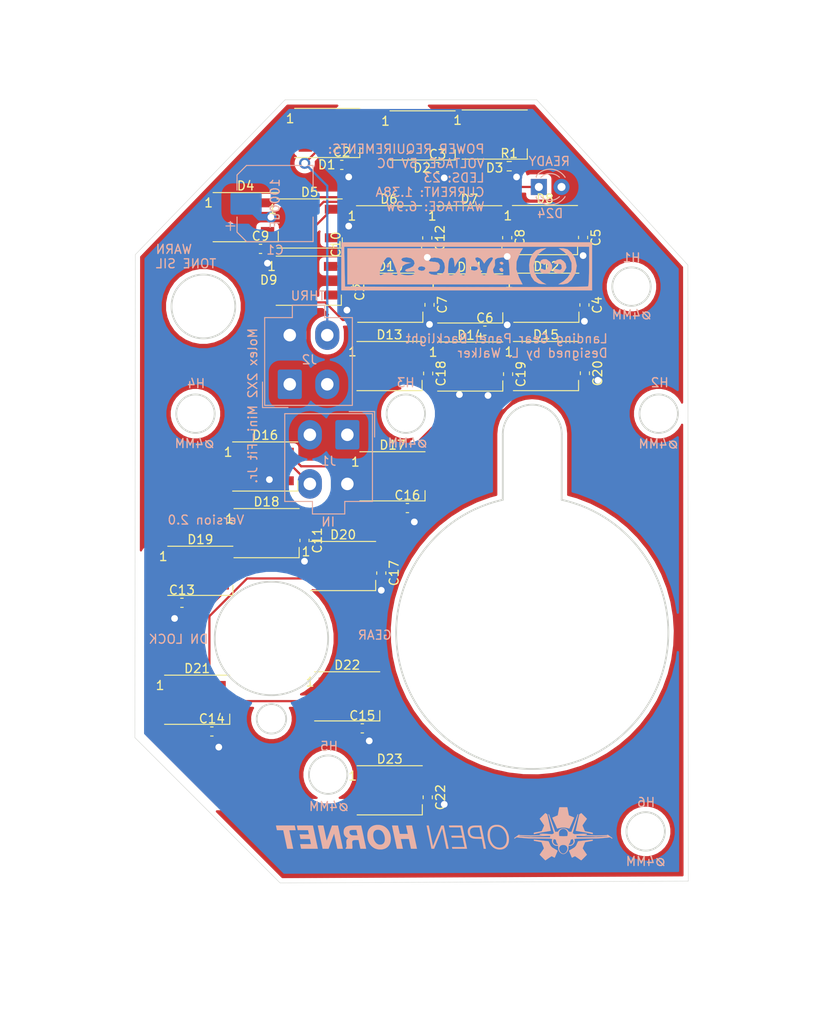
<source format=kicad_pcb>
(kicad_pcb (version 20171130) (host pcbnew "(5.1.6)-1")
  (layers (0 F.Cu signal) (31 B.Cu signal) (34 B.Paste user hide) (35 F.Paste user hide) (36 B.SilkS user) (37 F.SilkS user hide) (38 B.Mask user hide) (39 F.Mask user hide) (44 Edge.Cuts user))
  (net 0 "")
  (net 1 "Net-(D1-Pad2)")
  (net 2 "Net-(D2-Pad2)")
  (net 3 "Net-(D3-Pad2)")
  (net 4 "Net-(D4-Pad2)")
  (net 5 "Net-(D5-Pad2)")
  (net 6 "Net-(D6-Pad2)")
  (net 7 "Net-(D7-Pad2)")
  (net 8 "Net-(D8-Pad2)")
  (net 9 "Net-(D10-Pad4)")
  (net 10 "Net-(D10-Pad2)")
  (net 11 "Net-(D11-Pad2)")
  (net 12 "Net-(D12-Pad2)")
  (net 13 "Net-(D13-Pad2)")
  (net 14 "Net-(D14-Pad2)")
  (net 15 "Net-(D15-Pad2)")
  (net 16 "Net-(D16-Pad2)")
  (net 17 "Net-(D17-Pad2)")
  (net 18 "Net-(D18-Pad2)")
  (net 19 "Net-(D19-Pad2)")
  (net 20 "Net-(D20-Pad2)")
  (net 21 "Net-(D21-Pad2)")
  (net 22 "Net-(D22-Pad2)")
  (net 23 /LEDGND)
  (net 24 /LED+5V)
  (net 25 "Net-(D24-Pad1)")
  (net 26 /DATAIN)
  (net 27 /DATAOUT)
  (module OH_General:CC-BY-NC-SA-Small (layer B.Cu) (at 101.15 57.8 180)
    (fp_text reference G*** hide)
    (fp_text value LOGO hide)
  )
  (module OH_General:OH_LOGO_37.7mm_5.9mm (layer B.Cu) (at 98.55 121.3 180)
    (fp_text reference G*** hide)
    (fp_text value LOGO hide)
  )
  (module Capacitor_SMD:C_0603_1608Metric (layer F.Cu) (at 96.7 117.212 270)
    (fp_text reference C22 (at 0 -1.43 90) (layer F.SilkS))
    (fp_text value C)
    (pad 2 smd roundrect (at 0.7875 0 270) (size 0.875 0.95) (layers F.Cu F.Paste F.Mask) (net 23 /LEDGND))
    (pad 1 smd roundrect (at -0.7875 0 270) (size 0.875 0.95) (layers F.Cu F.Paste F.Mask) (net 24 /LED+5V))
  )
  (module Capacitor_SMD:C_0603_1608Metric (layer F.Cu) (at 87.65 60.2125 270)
    (fp_text reference C21 (at 0 -1.43 90) (layer F.SilkS))
    (fp_text value C)
    (pad 2 smd roundrect (at 0.7875 0 270) (size 0.875 0.95) (layers F.Cu F.Paste F.Mask) (net 23 /LEDGND))
    (pad 1 smd roundrect (at -0.7875 0 270) (size 0.875 0.95) (layers F.Cu F.Paste F.Mask) (net 24 /LED+5V))
  )
  (module Capacitor_SMD:C_0603_1608Metric (layer F.Cu) (at 114.3 69.7625 270)
    (fp_text reference C20 (at 0 -1.43 90) (layer F.SilkS))
    (fp_text value C)
    (pad 2 smd roundrect (at 0.7875 0 270) (size 0.875 0.95) (layers F.Cu F.Paste F.Mask) (net 23 /LEDGND))
    (pad 1 smd roundrect (at -0.7875 0 270) (size 0.875 0.95) (layers F.Cu F.Paste F.Mask) (net 24 /LED+5V))
  )
  (module Capacitor_SMD:C_0603_1608Metric (layer F.Cu) (at 105.7 69.8625 270)
    (fp_text reference C19 (at 0 -1.43 90) (layer F.SilkS))
    (fp_text value C)
    (pad 2 smd roundrect (at 0.7875 0 270) (size 0.875 0.95) (layers F.Cu F.Paste F.Mask) (net 23 /LEDGND))
    (pad 1 smd roundrect (at -0.7875 0 270) (size 0.875 0.95) (layers F.Cu F.Paste F.Mask) (net 24 /LED+5V))
  )
  (module Capacitor_SMD:C_0603_1608Metric (layer F.Cu) (at 96.75 69.7875 270)
    (fp_text reference C18 (at 0 -1.43 90) (layer F.SilkS))
    (fp_text value C)
    (pad 2 smd roundrect (at 0.7875 0 270) (size 0.875 0.95) (layers F.Cu F.Paste F.Mask) (net 23 /LEDGND))
    (pad 1 smd roundrect (at -0.7875 0 270) (size 0.875 0.95) (layers F.Cu F.Paste F.Mask) (net 24 /LED+5V))
  )
  (module Capacitor_SMD:C_0603_1608Metric (layer F.Cu) (at 96.9 62.1125 270)
    (fp_text reference C7 (at 0 -1.43 90) (layer F.SilkS))
    (fp_text value C)
    (pad 2 smd roundrect (at 0.7875 0 270) (size 0.875 0.95) (layers F.Cu F.Paste F.Mask) (net 23 /LEDGND))
    (pad 1 smd roundrect (at -0.7875 0 270) (size 0.875 0.95) (layers F.Cu F.Paste F.Mask) (net 24 /LED+5V))
  )
  (module Connector_Molex:Molex_Mini-Fit_Jr_5566-04A_2x02_P4.20mm_Vertical (layer B.Cu) (at 81.25 71)
    (fp_text reference J2 (at 2.2 -2.75) (layer B.SilkS) (effects (justify mirror)))
    (fp_text value Conn_01x04_Female)
    (pad 4 thru_hole oval (at 4.2 -5.5) (size 2.7 3.3) (drill 1.4) (layers *.Cu *.Mask) (net 26 /DATAIN))
    (pad 3 thru_hole oval (at 0 -5.5) (size 2.7 3.3) (drill 1.4) (layers *.Cu *.Mask) (net 23 /LEDGND))
    (pad 2 thru_hole oval (at 4.2 0) (size 2.7 3.3) (drill 1.4) (layers *.Cu *.Mask) (net 24 /LED+5V))
    (pad 1 thru_hole roundrect (at 0 0) (size 2.7 3.3) (drill 1.4) (layers *.Cu *.Mask) (roundrect_rratio 0.09259299999999999) (net 24 /LED+5V))
  )
  (module Connector_Molex:Molex_Mini-Fit_Jr_5566-04A_2x02_P4.20mm_Vertical (layer B.Cu) (at 87.7 76.65 180)
    (fp_text reference J1 (at 2.1 -2.95) (layer B.SilkS) (effects (justify mirror)))
    (fp_text value Conn_01x04_Female)
    (pad 4 thru_hole oval (at 4.2 -5.5 180) (size 2.7 3.3) (drill 1.4) (layers *.Cu *.Mask) (net 27 /DATAOUT))
    (pad 3 thru_hole oval (at 0 -5.5 180) (size 2.7 3.3) (drill 1.4) (layers *.Cu *.Mask) (net 23 /LEDGND))
    (pad 2 thru_hole oval (at 4.2 0 180) (size 2.7 3.3) (drill 1.4) (layers *.Cu *.Mask) (net 24 /LED+5V))
    (pad 1 thru_hole roundrect (at 0 0 180) (size 2.7 3.3) (drill 1.4) (layers *.Cu *.Mask) (roundrect_rratio 0.09259299999999999) (net 24 /LED+5V))
  )
  (module LED_SMD:LED_WS2812B_PLCC4_5.0x5.0mm_P3.2mm (layer F.Cu) (at 92.366 53.7716)
    (fp_text reference D6 (at 0 -3.5) (layer F.SilkS))
    (fp_text value WS2812B)
    (fp_text user 1 (at -4.15 -1.6) (layer F.SilkS))
    (pad 1 smd rect (at -2.45 -1.6) (size 1.5 1) (layers F.Cu F.Paste F.Mask) (net 24 /LED+5V))
    (pad 2 smd rect (at -2.45 1.6) (size 1.5 1) (layers F.Cu F.Paste F.Mask) (net 6 "Net-(D6-Pad2)"))
    (pad 4 smd rect (at 2.45 -1.6) (size 1.5 1) (layers F.Cu F.Paste F.Mask) (net 5 "Net-(D5-Pad2)"))
    (pad 3 smd rect (at 2.45 1.6) (size 1.5 1) (layers F.Cu F.Paste F.Mask) (net 23 /LEDGND))
  )
  (module Capacitor_SMD:C_0603_1608Metric (layer F.Cu) (at 82.9 88.475 270)
    (fp_text reference C11 (at 0 -1.43 90) (layer F.SilkS))
    (fp_text value C)
    (pad 2 smd roundrect (at 0.775 0 270) (size 0.9 0.95) (layers F.Cu F.Paste F.Mask) (net 23 /LEDGND))
    (pad 1 smd roundrect (at -0.775 0 270) (size 0.9 0.95) (layers F.Cu F.Paste F.Mask) (net 24 /LED+5V))
  )
  (module Resistor_SMD:R_0603_1608Metric (layer F.Cu) (at 105.825 46.6)
    (fp_text reference R1 (at 0 -1.43) (layer F.SilkS))
    (fp_text value R)
    (pad 2 smd roundrect (at 0.825 0) (size 0.8 0.95) (layers F.Cu F.Paste F.Mask) (net 23 /LEDGND))
    (pad 1 smd roundrect (at -0.825 0) (size 0.8 0.95) (layers F.Cu F.Paste F.Mask) (net 25 "Net-(D24-Pad1)"))
  )
  (module Capacitor_SMD:C_0603_1608Metric (layer F.Cu) (at 91.5 92.125 270)
    (fp_text reference C17 (at 0 -1.43 90) (layer F.SilkS))
    (fp_text value C)
    (pad 2 smd roundrect (at 0.775 0 270) (size 0.9 0.95) (layers F.Cu F.Paste F.Mask) (net 23 /LEDGND))
    (pad 1 smd roundrect (at -0.775 0 270) (size 0.9 0.95) (layers F.Cu F.Paste F.Mask) (net 24 /LED+5V))
  )
  (module Capacitor_SMD:C_0603_1608Metric (layer F.Cu) (at 94.425 84.85)
    (fp_text reference C16 (at 0 -1.43) (layer F.SilkS))
    (fp_text value C)
    (pad 2 smd roundrect (at 0.775 0) (size 0.9 0.95) (layers F.Cu F.Paste F.Mask) (net 23 /LEDGND))
    (pad 1 smd roundrect (at -0.775 0) (size 0.9 0.95) (layers F.Cu F.Paste F.Mask) (net 24 /LED+5V))
  )
  (module Capacitor_SMD:C_0603_1608Metric (layer F.Cu) (at 89.375 109.5)
    (fp_text reference C15 (at 0 -1.43) (layer F.SilkS))
    (fp_text value C)
    (pad 2 smd roundrect (at 0.775 0) (size 0.9 0.95) (layers F.Cu F.Paste F.Mask) (net 23 /LEDGND))
    (pad 1 smd roundrect (at -0.775 0) (size 0.9 0.95) (layers F.Cu F.Paste F.Mask) (net 24 /LED+5V))
  )
  (module Capacitor_SMD:C_0603_1608Metric (layer F.Cu) (at 72.525 109.85)
    (fp_text reference C14 (at 0 -1.43) (layer F.SilkS))
    (fp_text value C)
    (pad 2 smd roundrect (at 0.775 0) (size 0.9 0.95) (layers F.Cu F.Paste F.Mask) (net 23 /LEDGND))
    (pad 1 smd roundrect (at -0.775 0) (size 0.9 0.95) (layers F.Cu F.Paste F.Mask) (net 24 /LED+5V))
  )
  (module Capacitor_SMD:C_0603_1608Metric (layer F.Cu) (at 69.175 95.45)
    (fp_text reference C13 (at 0 -1.43) (layer F.SilkS))
    (fp_text value C)
    (pad 2 smd roundrect (at 0.775 0) (size 0.9 0.95) (layers F.Cu F.Paste F.Mask) (net 23 /LEDGND))
    (pad 1 smd roundrect (at -0.775 0) (size 0.9 0.95) (layers F.Cu F.Paste F.Mask) (net 24 /LED+5V))
  )
  (module Capacitor_SMD:C_0603_1608Metric (layer F.Cu) (at 96.65 54.625 270)
    (fp_text reference C12 (at 0 -1.43 90) (layer F.SilkS))
    (fp_text value C)
    (pad 2 smd roundrect (at 0.775 0 270) (size 0.9 0.95) (layers F.Cu F.Paste F.Mask) (net 23 /LEDGND))
    (pad 1 smd roundrect (at -0.775 0 270) (size 0.9 0.95) (layers F.Cu F.Paste F.Mask) (net 24 /LED+5V))
  )
  (module Capacitor_SMD:C_0603_1608Metric (layer F.Cu) (at 87.85 55.35 90)
    (fp_text reference C10 (at 0 -1.43 90) (layer F.SilkS))
    (fp_text value C)
    (pad 2 smd roundrect (at 0.775 0 90) (size 0.9 0.95) (layers F.Cu F.Paste F.Mask) (net 23 /LEDGND))
    (pad 1 smd roundrect (at -0.775 0 90) (size 0.9 0.95) (layers F.Cu F.Paste F.Mask) (net 24 /LED+5V))
  )
  (module Capacitor_SMD:C_0603_1608Metric (layer F.Cu) (at 77.975 55.85)
    (fp_text reference C9 (at 0 -1.43) (layer F.SilkS))
    (fp_text value C)
    (pad 2 smd roundrect (at 0.775 0) (size 0.9 0.95) (layers F.Cu F.Paste F.Mask) (net 23 /LEDGND))
    (pad 1 smd roundrect (at -0.775 0) (size 0.9 0.95) (layers F.Cu F.Paste F.Mask) (net 24 /LED+5V))
  )
  (module Capacitor_SMD:C_0603_1608Metric (layer F.Cu) (at 105.6 54.6 270)
    (fp_text reference C8 (at 0 -1.43 90) (layer F.SilkS))
    (fp_text value C)
    (pad 2 smd roundrect (at 0.775 0 270) (size 0.9 0.95) (layers F.Cu F.Paste F.Mask) (net 23 /LEDGND))
    (pad 1 smd roundrect (at -0.775 0 270) (size 0.9 0.95) (layers F.Cu F.Paste F.Mask) (net 24 /LED+5V))
  )
  (module Capacitor_SMD:C_0603_1608Metric (layer F.Cu) (at 103.1 65)
    (fp_text reference C6 (at 0 -1.43) (layer F.SilkS))
    (fp_text value C)
    (pad 2 smd roundrect (at 0.775 0) (size 0.9 0.95) (layers F.Cu F.Paste F.Mask) (net 23 /LEDGND))
    (pad 1 smd roundrect (at -0.775 0) (size 0.9 0.95) (layers F.Cu F.Paste F.Mask) (net 24 /LED+5V))
  )
  (module Capacitor_SMD:C_0603_1608Metric (layer F.Cu) (at 114.1 54.575 270)
    (fp_text reference C5 (at 0 -1.43 90) (layer F.SilkS))
    (fp_text value C)
    (pad 2 smd roundrect (at 0.775 0 270) (size 0.9 0.95) (layers F.Cu F.Paste F.Mask) (net 23 /LEDGND))
    (pad 1 smd roundrect (at -0.775 0 270) (size 0.9 0.95) (layers F.Cu F.Paste F.Mask) (net 24 /LED+5V))
  )
  (module Capacitor_SMD:C_0603_1608Metric (layer F.Cu) (at 114.25 62.125 270)
    (fp_text reference C4 (at 0 -1.43 90) (layer F.SilkS))
    (fp_text value C)
    (pad 2 smd roundrect (at 0.775 0 270) (size 0.9 0.95) (layers F.Cu F.Paste F.Mask) (net 23 /LEDGND))
    (pad 1 smd roundrect (at -0.775 0 270) (size 0.9 0.95) (layers F.Cu F.Paste F.Mask) (net 24 /LED+5V))
  )
  (module Capacitor_SMD:C_0603_1608Metric (layer F.Cu) (at 97.8 46.7)
    (fp_text reference C3 (at 0 -1.43) (layer F.SilkS))
    (fp_text value C)
    (pad 2 smd roundrect (at 0.775 0) (size 0.9 0.95) (layers F.Cu F.Paste F.Mask) (net 23 /LEDGND))
    (pad 1 smd roundrect (at -0.775 0) (size 0.9 0.95) (layers F.Cu F.Paste F.Mask) (net 24 /LED+5V))
  )
  (module Capacitor_SMD:C_0603_1608Metric (layer F.Cu) (at 87.075 46.45)
    (fp_text reference C2 (at 0 -1.43) (layer F.SilkS))
    (fp_text value C)
    (pad 2 smd roundrect (at 0.775 0) (size 0.9 0.95) (layers F.Cu F.Paste F.Mask) (net 23 /LEDGND))
    (pad 1 smd roundrect (at -0.775 0) (size 0.9 0.95) (layers F.Cu F.Paste F.Mask) (net 24 /LED+5V))
  )
  (module LED_THT:LED_D3.0mm (layer B.Cu) (at 109.144 48.9204)
    (fp_text reference D24 (at 1.27 2.96) (layer B.SilkS) (effects (justify mirror)))
    (fp_text value LED)
    (pad 2 thru_hole circle (at 2.54 0) (size 1.8 1.8) (drill 0.9) (layers *.Cu *.Mask) (net 24 /LED+5V))
    (pad 1 thru_hole rect (at 0 0) (size 1.8 1.8) (drill 0.9) (layers *.Cu *.Mask) (net 25 "Net-(D24-Pad1)"))
  )
  (module LED_SMD:LED_WS2812B_PLCC4_5.0x5.0mm_P3.2mm (layer F.Cu) (at 78.5 80.2)
    (fp_text reference D16 (at 0 -3.5) (layer F.SilkS))
    (fp_text value WS2812B)
    (fp_text user 1 (at -4.15 -1.6) (layer F.SilkS))
    (pad 1 smd rect (at -2.45 -1.6) (size 1.5 1) (layers F.Cu F.Paste F.Mask) (net 24 /LED+5V))
    (pad 2 smd rect (at -2.45 1.6) (size 1.5 1) (layers F.Cu F.Paste F.Mask) (net 16 "Net-(D16-Pad2)"))
    (pad 4 smd rect (at 2.45 -1.6) (size 1.5 1) (layers F.Cu F.Paste F.Mask) (net 15 "Net-(D15-Pad2)"))
    (pad 3 smd rect (at 2.45 1.6) (size 1.5 1) (layers F.Cu F.Paste F.Mask) (net 23 /LEDGND))
  )
  (module LED_SMD:LED_WS2812B_PLCC4_5.0x5.0mm_P3.2mm (layer F.Cu) (at 92.4444 116.434)
    (fp_text reference D23 (at 0 -3.5) (layer F.SilkS))
    (fp_text value WS2812B)
    (fp_text user 1 (at -4.15 -1.6) (layer F.SilkS))
    (pad 1 smd rect (at -2.45 -1.6) (size 1.5 1) (layers F.Cu F.Paste F.Mask) (net 24 /LED+5V))
    (pad 2 smd rect (at -2.45 1.6) (size 1.5 1) (layers F.Cu F.Paste F.Mask) (net 27 /DATAOUT))
    (pad 4 smd rect (at 2.45 -1.6) (size 1.5 1) (layers F.Cu F.Paste F.Mask) (net 22 "Net-(D22-Pad2)"))
    (pad 3 smd rect (at 2.45 1.6) (size 1.5 1) (layers F.Cu F.Paste F.Mask) (net 23 /LEDGND))
  )
  (module LED_SMD:LED_WS2812B_PLCC4_5.0x5.0mm_P3.2mm (layer F.Cu) (at 87.6808 105.918)
    (fp_text reference D22 (at 0 -3.5) (layer F.SilkS))
    (fp_text value WS2812B)
    (fp_text user 1 (at -4.15 -1.6) (layer F.SilkS))
    (pad 1 smd rect (at -2.45 -1.6) (size 1.5 1) (layers F.Cu F.Paste F.Mask) (net 24 /LED+5V))
    (pad 2 smd rect (at -2.45 1.6) (size 1.5 1) (layers F.Cu F.Paste F.Mask) (net 22 "Net-(D22-Pad2)"))
    (pad 4 smd rect (at 2.45 -1.6) (size 1.5 1) (layers F.Cu F.Paste F.Mask) (net 21 "Net-(D21-Pad2)"))
    (pad 3 smd rect (at 2.45 1.6) (size 1.5 1) (layers F.Cu F.Paste F.Mask) (net 23 /LEDGND))
  )
  (module LED_SMD:LED_WS2812B_PLCC4_5.0x5.0mm_P3.2mm (layer F.Cu) (at 70.8776 106.299)
    (fp_text reference D21 (at 0 -3.5) (layer F.SilkS))
    (fp_text value WS2812B)
    (fp_text user 1 (at -4.15 -1.6) (layer F.SilkS))
    (pad 1 smd rect (at -2.45 -1.6) (size 1.5 1) (layers F.Cu F.Paste F.Mask) (net 24 /LED+5V))
    (pad 2 smd rect (at -2.45 1.6) (size 1.5 1) (layers F.Cu F.Paste F.Mask) (net 21 "Net-(D21-Pad2)"))
    (pad 4 smd rect (at 2.45 -1.6) (size 1.5 1) (layers F.Cu F.Paste F.Mask) (net 20 "Net-(D20-Pad2)"))
    (pad 3 smd rect (at 2.45 1.6) (size 1.5 1) (layers F.Cu F.Paste F.Mask) (net 23 /LEDGND))
  )
  (module LED_SMD:LED_WS2812B_PLCC4_5.0x5.0mm_P3.2mm (layer F.Cu) (at 87.2236 91.3384)
    (fp_text reference D20 (at 0 -3.5) (layer F.SilkS))
    (fp_text value WS2812B)
    (fp_text user 1 (at -4.15 -1.6) (layer F.SilkS))
    (pad 1 smd rect (at -2.45 -1.6) (size 1.5 1) (layers F.Cu F.Paste F.Mask) (net 24 /LED+5V))
    (pad 2 smd rect (at -2.45 1.6) (size 1.5 1) (layers F.Cu F.Paste F.Mask) (net 20 "Net-(D20-Pad2)"))
    (pad 4 smd rect (at 2.45 -1.6) (size 1.5 1) (layers F.Cu F.Paste F.Mask) (net 19 "Net-(D19-Pad2)"))
    (pad 3 smd rect (at 2.45 1.6) (size 1.5 1) (layers F.Cu F.Paste F.Mask) (net 23 /LEDGND))
  )
  (module LED_SMD:LED_WS2812B_PLCC4_5.0x5.0mm_P3.2mm (layer F.Cu) (at 71.2332 91.8716)
    (fp_text reference D19 (at 0 -3.5) (layer F.SilkS))
    (fp_text value WS2812B)
    (fp_text user 1 (at -4.15 -1.6) (layer F.SilkS))
    (pad 1 smd rect (at -2.45 -1.6) (size 1.5 1) (layers F.Cu F.Paste F.Mask) (net 24 /LED+5V))
    (pad 2 smd rect (at -2.45 1.6) (size 1.5 1) (layers F.Cu F.Paste F.Mask) (net 19 "Net-(D19-Pad2)"))
    (pad 4 smd rect (at 2.45 -1.6) (size 1.5 1) (layers F.Cu F.Paste F.Mask) (net 18 "Net-(D18-Pad2)"))
    (pad 3 smd rect (at 2.45 1.6) (size 1.5 1) (layers F.Cu F.Paste F.Mask) (net 23 /LEDGND))
  )
  (module LED_SMD:LED_WS2812B_PLCC4_5.0x5.0mm_P3.2mm (layer F.Cu) (at 78.65 87.6552)
    (fp_text reference D18 (at 0 -3.5) (layer F.SilkS))
    (fp_text value WS2812B)
    (fp_text user 1 (at -4.15 -1.6) (layer F.SilkS))
    (pad 1 smd rect (at -2.45 -1.6) (size 1.5 1) (layers F.Cu F.Paste F.Mask) (net 24 /LED+5V))
    (pad 2 smd rect (at -2.45 1.6) (size 1.5 1) (layers F.Cu F.Paste F.Mask) (net 18 "Net-(D18-Pad2)"))
    (pad 4 smd rect (at 2.45 -1.6) (size 1.5 1) (layers F.Cu F.Paste F.Mask) (net 17 "Net-(D17-Pad2)"))
    (pad 3 smd rect (at 2.45 1.6) (size 1.5 1) (layers F.Cu F.Paste F.Mask) (net 23 /LEDGND))
  )
  (module LED_SMD:LED_WS2812B_PLCC4_5.0x5.0mm_P3.2mm (layer F.Cu) (at 92.75 81.3)
    (fp_text reference D17 (at 0 -3.5) (layer F.SilkS))
    (fp_text value WS2812B)
    (fp_text user 1 (at -4.15 -1.6) (layer F.SilkS))
    (pad 1 smd rect (at -2.45 -1.6) (size 1.5 1) (layers F.Cu F.Paste F.Mask) (net 24 /LED+5V))
    (pad 2 smd rect (at -2.45 1.6) (size 1.5 1) (layers F.Cu F.Paste F.Mask) (net 17 "Net-(D17-Pad2)"))
    (pad 4 smd rect (at 2.45 -1.6) (size 1.5 1) (layers F.Cu F.Paste F.Mask) (net 16 "Net-(D16-Pad2)"))
    (pad 3 smd rect (at 2.45 1.6) (size 1.5 1) (layers F.Cu F.Paste F.Mask) (net 23 /LEDGND))
  )
  (module LED_SMD:LED_WS2812B_PLCC4_5.0x5.0mm_P3.2mm (layer F.Cu) (at 109.943 68.9608)
    (fp_text reference D15 (at 0 -3.5) (layer F.SilkS))
    (fp_text value WS2812B)
    (fp_text user 1 (at -4.15 -1.6) (layer F.SilkS))
    (pad 1 smd rect (at -2.45 -1.6) (size 1.5 1) (layers F.Cu F.Paste F.Mask) (net 24 /LED+5V))
    (pad 2 smd rect (at -2.45 1.6) (size 1.5 1) (layers F.Cu F.Paste F.Mask) (net 15 "Net-(D15-Pad2)"))
    (pad 4 smd rect (at 2.45 -1.6) (size 1.5 1) (layers F.Cu F.Paste F.Mask) (net 14 "Net-(D14-Pad2)"))
    (pad 3 smd rect (at 2.45 1.6) (size 1.5 1) (layers F.Cu F.Paste F.Mask) (net 23 /LEDGND))
  )
  (module LED_SMD:LED_WS2812B_PLCC4_5.0x5.0mm_P3.2mm (layer F.Cu) (at 101.459 69.0116)
    (fp_text reference D14 (at 0 -3.5) (layer F.SilkS))
    (fp_text value WS2812B)
    (fp_text user 1 (at -4.15 -1.6) (layer F.SilkS))
    (pad 1 smd rect (at -2.45 -1.6) (size 1.5 1) (layers F.Cu F.Paste F.Mask) (net 24 /LED+5V))
    (pad 2 smd rect (at -2.45 1.6) (size 1.5 1) (layers F.Cu F.Paste F.Mask) (net 14 "Net-(D14-Pad2)"))
    (pad 4 smd rect (at 2.45 -1.6) (size 1.5 1) (layers F.Cu F.Paste F.Mask) (net 13 "Net-(D13-Pad2)"))
    (pad 3 smd rect (at 2.45 1.6) (size 1.5 1) (layers F.Cu F.Paste F.Mask) (net 23 /LEDGND))
  )
  (module LED_SMD:LED_WS2812B_PLCC4_5.0x5.0mm_P3.2mm (layer F.Cu) (at 92.4168 68.9608)
    (fp_text reference D13 (at 0 -3.5) (layer F.SilkS))
    (fp_text value WS2812B)
    (fp_text user 1 (at -4.15 -1.6) (layer F.SilkS))
    (pad 1 smd rect (at -2.45 -1.6) (size 1.5 1) (layers F.Cu F.Paste F.Mask) (net 24 /LED+5V))
    (pad 2 smd rect (at -2.45 1.6) (size 1.5 1) (layers F.Cu F.Paste F.Mask) (net 13 "Net-(D13-Pad2)"))
    (pad 4 smd rect (at 2.45 -1.6) (size 1.5 1) (layers F.Cu F.Paste F.Mask) (net 12 "Net-(D12-Pad2)"))
    (pad 3 smd rect (at 2.45 1.6) (size 1.5 1) (layers F.Cu F.Paste F.Mask) (net 23 /LEDGND))
  )
  (module LED_SMD:LED_WS2812B_PLCC4_5.0x5.0mm_P3.2mm (layer F.Cu) (at 109.982 61.3156)
    (fp_text reference D12 (at 0 -3.5) (layer F.SilkS))
    (fp_text value WS2812B)
    (fp_text user 1 (at -4.15 -1.6) (layer F.SilkS))
    (pad 1 smd rect (at -2.45 -1.6) (size 1.5 1) (layers F.Cu F.Paste F.Mask) (net 24 /LED+5V))
    (pad 2 smd rect (at -2.45 1.6) (size 1.5 1) (layers F.Cu F.Paste F.Mask) (net 12 "Net-(D12-Pad2)"))
    (pad 4 smd rect (at 2.45 -1.6) (size 1.5 1) (layers F.Cu F.Paste F.Mask) (net 11 "Net-(D11-Pad2)"))
    (pad 3 smd rect (at 2.45 1.6) (size 1.5 1) (layers F.Cu F.Paste F.Mask) (net 23 /LEDGND))
  )
  (module LED_SMD:LED_WS2812B_PLCC4_5.0x5.0mm_P3.2mm (layer F.Cu) (at 101.459 61.3916)
    (fp_text reference D11 (at 0 -3.5) (layer F.SilkS))
    (fp_text value WS2812B)
    (fp_text user 1 (at -4.15 -1.6) (layer F.SilkS))
    (pad 1 smd rect (at -2.45 -1.6) (size 1.5 1) (layers F.Cu F.Paste F.Mask) (net 24 /LED+5V))
    (pad 2 smd rect (at -2.45 1.6) (size 1.5 1) (layers F.Cu F.Paste F.Mask) (net 11 "Net-(D11-Pad2)"))
    (pad 4 smd rect (at 2.45 -1.6) (size 1.5 1) (layers F.Cu F.Paste F.Mask) (net 10 "Net-(D10-Pad2)"))
    (pad 3 smd rect (at 2.45 1.6) (size 1.5 1) (layers F.Cu F.Paste F.Mask) (net 23 /LEDGND))
  )
  (module LED_SMD:LED_WS2812B_PLCC4_5.0x5.0mm_P3.2mm (layer F.Cu) (at 92.5068 61.3156)
    (fp_text reference D10 (at 0 -3.5) (layer F.SilkS))
    (fp_text value WS2812B)
    (fp_text user 1 (at -4.15 -1.6) (layer F.SilkS))
    (pad 1 smd rect (at -2.45 -1.6) (size 1.5 1) (layers F.Cu F.Paste F.Mask) (net 24 /LED+5V))
    (pad 2 smd rect (at -2.45 1.6) (size 1.5 1) (layers F.Cu F.Paste F.Mask) (net 10 "Net-(D10-Pad2)"))
    (pad 4 smd rect (at 2.45 -1.6) (size 1.5 1) (layers F.Cu F.Paste F.Mask) (net 9 "Net-(D10-Pad4)"))
    (pad 3 smd rect (at 2.45 1.6) (size 1.5 1) (layers F.Cu F.Paste F.Mask) (net 23 /LEDGND))
  )
  (module LED_SMD:LED_WS2812B_PLCC4_5.0x5.0mm_P3.2mm (layer F.Cu) (at 83.3744 59.4104)
    (fp_text reference D9 (at -4.482 -0.076) (layer F.SilkS))
    (fp_text value WS2812B)
    (fp_text user 1 (at -4.15 -1.6) (layer F.SilkS))
    (pad 1 smd rect (at -2.45 -1.6) (size 1.5 1) (layers F.Cu F.Paste F.Mask) (net 24 /LED+5V))
    (pad 2 smd rect (at -2.45 1.6) (size 1.5 1) (layers F.Cu F.Paste F.Mask) (net 9 "Net-(D10-Pad4)"))
    (pad 4 smd rect (at 2.45 -1.6) (size 1.5 1) (layers F.Cu F.Paste F.Mask) (net 8 "Net-(D8-Pad2)"))
    (pad 3 smd rect (at 2.45 1.6) (size 1.5 1) (layers F.Cu F.Paste F.Mask) (net 23 /LEDGND))
  )
  (module LED_SMD:LED_WS2812B_PLCC4_5.0x5.0mm_P3.2mm (layer F.Cu) (at 109.83 53.7464)
    (fp_text reference D8 (at 0 -3.5) (layer F.SilkS))
    (fp_text value WS2812B)
    (fp_text user 1 (at -4.15 -1.6) (layer F.SilkS))
    (pad 1 smd rect (at -2.45 -1.6) (size 1.5 1) (layers F.Cu F.Paste F.Mask) (net 24 /LED+5V))
    (pad 2 smd rect (at -2.45 1.6) (size 1.5 1) (layers F.Cu F.Paste F.Mask) (net 8 "Net-(D8-Pad2)"))
    (pad 4 smd rect (at 2.45 -1.6) (size 1.5 1) (layers F.Cu F.Paste F.Mask) (net 7 "Net-(D7-Pad2)"))
    (pad 3 smd rect (at 2.45 1.6) (size 1.5 1) (layers F.Cu F.Paste F.Mask) (net 23 /LEDGND))
  )
  (module LED_SMD:LED_WS2812B_PLCC4_5.0x5.0mm_P3.2mm (layer F.Cu) (at 101.358 53.7716)
    (fp_text reference D7 (at 0 -3.5) (layer F.SilkS))
    (fp_text value WS2812B)
    (fp_text user 1 (at -4.15 -1.6) (layer F.SilkS))
    (pad 1 smd rect (at -2.45 -1.6) (size 1.5 1) (layers F.Cu F.Paste F.Mask) (net 24 /LED+5V))
    (pad 2 smd rect (at -2.45 1.6) (size 1.5 1) (layers F.Cu F.Paste F.Mask) (net 7 "Net-(D7-Pad2)"))
    (pad 4 smd rect (at 2.45 -1.6) (size 1.5 1) (layers F.Cu F.Paste F.Mask) (net 6 "Net-(D6-Pad2)"))
    (pad 3 smd rect (at 2.45 1.6) (size 1.5 1) (layers F.Cu F.Paste F.Mask) (net 23 /LEDGND))
  )
  (module LED_SMD:LED_WS2812B_PLCC4_5.0x5.0mm_P3.2mm (layer F.Cu) (at 83.476 53.0096)
    (fp_text reference D5 (at 0 -3.5) (layer F.SilkS))
    (fp_text value WS2812B)
    (fp_text user 1 (at -4.15 -1.6) (layer F.SilkS))
    (pad 1 smd rect (at -2.45 -1.6) (size 1.5 1) (layers F.Cu F.Paste F.Mask) (net 24 /LED+5V))
    (pad 2 smd rect (at -2.45 1.6) (size 1.5 1) (layers F.Cu F.Paste F.Mask) (net 5 "Net-(D5-Pad2)"))
    (pad 4 smd rect (at 2.45 -1.6) (size 1.5 1) (layers F.Cu F.Paste F.Mask) (net 4 "Net-(D4-Pad2)"))
    (pad 3 smd rect (at 2.45 1.6) (size 1.5 1) (layers F.Cu F.Paste F.Mask) (net 23 /LEDGND))
  )
  (module LED_SMD:LED_WS2812B_PLCC4_5.0x5.0mm_P3.2mm (layer F.Cu) (at 76.3132 52.2984)
    (fp_text reference D4 (at 0 -3.5) (layer F.SilkS))
    (fp_text value WS2812B)
    (fp_text user 1 (at -4.15 -1.6) (layer F.SilkS))
    (pad 1 smd rect (at -2.45 -1.6) (size 1.5 1) (layers F.Cu F.Paste F.Mask) (net 24 /LED+5V))
    (pad 2 smd rect (at -2.45 1.6) (size 1.5 1) (layers F.Cu F.Paste F.Mask) (net 4 "Net-(D4-Pad2)"))
    (pad 4 smd rect (at 2.45 -1.6) (size 1.5 1) (layers F.Cu F.Paste F.Mask) (net 3 "Net-(D3-Pad2)"))
    (pad 3 smd rect (at 2.45 1.6) (size 1.5 1) (layers F.Cu F.Paste F.Mask) (net 23 /LEDGND))
  )
  (module LED_SMD:LED_WS2812B_PLCC4_5.0x5.0mm_P3.2mm (layer F.Cu) (at 104.202 43.0528)
    (fp_text reference D3 (at -0.0116 3.734) (layer F.SilkS))
    (fp_text value WS2812B)
    (fp_text user 1 (at -4.15 -1.6) (layer F.SilkS))
    (pad 1 smd rect (at -2.45 -1.6) (size 1.5 1) (layers F.Cu F.Paste F.Mask) (net 24 /LED+5V))
    (pad 2 smd rect (at -2.45 1.6) (size 1.5 1) (layers F.Cu F.Paste F.Mask) (net 3 "Net-(D3-Pad2)"))
    (pad 4 smd rect (at 2.45 -1.6) (size 1.5 1) (layers F.Cu F.Paste F.Mask) (net 2 "Net-(D2-Pad2)"))
    (pad 3 smd rect (at 2.45 1.6) (size 1.5 1) (layers F.Cu F.Paste F.Mask) (net 23 /LEDGND))
  )
  (module LED_SMD:LED_WS2812B_PLCC4_5.0x5.0mm_P3.2mm (layer F.Cu) (at 96.1252 43.1544)
    (fp_text reference D2 (at -0.0624 3.6324) (layer F.SilkS))
    (fp_text value WS2812B)
    (fp_text user 1 (at -4.15 -1.6) (layer F.SilkS))
    (pad 1 smd rect (at -2.45 -1.6) (size 1.5 1) (layers F.Cu F.Paste F.Mask) (net 24 /LED+5V))
    (pad 2 smd rect (at -2.45 1.6) (size 1.5 1) (layers F.Cu F.Paste F.Mask) (net 2 "Net-(D2-Pad2)"))
    (pad 4 smd rect (at 2.45 -1.6) (size 1.5 1) (layers F.Cu F.Paste F.Mask) (net 1 "Net-(D1-Pad2)"))
    (pad 3 smd rect (at 2.45 1.6) (size 1.5 1) (layers F.Cu F.Paste F.Mask) (net 23 /LEDGND))
  )
  (module LED_SMD:LED_WS2812B_PLCC4_5.0x5.0mm_P3.2mm (layer F.Cu) (at 85.4456 42.8752)
    (fp_text reference D1 (at -0.0508 3.556) (layer F.SilkS))
    (fp_text value WS2812B)
    (fp_text user 1 (at -4.15 -1.6) (layer F.SilkS))
    (pad 1 smd rect (at -2.45 -1.6) (size 1.5 1) (layers F.Cu F.Paste F.Mask) (net 24 /LED+5V))
    (pad 2 smd rect (at -2.45 1.6) (size 1.5 1) (layers F.Cu F.Paste F.Mask) (net 1 "Net-(D1-Pad2)"))
    (pad 4 smd rect (at 2.45 -1.6) (size 1.5 1) (layers F.Cu F.Paste F.Mask) (net 26 /DATAIN))
    (pad 3 smd rect (at 2.45 1.6) (size 1.5 1) (layers F.Cu F.Paste F.Mask) (net 23 /LEDGND))
  )
  (module Capacitor_SMD:CP_Elec_8x10 (layer B.Cu) (at 79.6036 50.7746)
    (fp_text reference C1 (at 0 5.2) (layer B.SilkS) (effects (justify mirror)))
    (fp_text value C_Polarized)
    (pad 2 smd roundrect (at 3.25 0) (size 3.5 2.5) (layers B.Cu B.Paste B.Mask) (roundrect_rratio 0.1) (net 23 /LEDGND))
    (pad 1 smd roundrect (at -3.25 0) (size 3.5 2.5) (layers B.Cu B.Paste B.Mask) (roundrect_rratio 0.1) (net 24 /LED+5V))
  )
  (gr_text READY (at 110.3122 46.0502) (layer B.SilkS) (effects (font (size 1 1)) (justify mirror)))
  (gr_text "POWER REQUIREMENTS:\nVOLTAGE: 5V DC\nLEDS: 23\nCURRENT: 1.38A\nWATTAGE: 6.9W" (at 103.15 47.9) (layer B.SilkS) (effects (font (size 1 1)) (justify left mirror)))
  (gr_text 1000uF (at 79.6036 50.7746 90) (layer B.SilkS) (effects (font (size 1 1)) (justify mirror)))
  (gr_text ⌀4MM (at 94.4626 77.5716) (layer B.SilkS) (effects (font (size 1 1)) (justify mirror)))
  (gr_text ⌀4MM (at 119.5578 63.2206) (layer B.SilkS) (effects (font (size 1 1)) (justify mirror)))
  (gr_text ⌀4MM (at 122.555 77.6732) (layer B.SilkS) (effects (font (size 1 1)) (justify mirror)))
  (gr_text ⌀4MM (at 121.1326 124.3838) (layer B.SilkS) (effects (font (size 1 1)) (justify mirror)))
  (gr_text ⌀4MM (at 85.6488 118.237) (layer B.SilkS) (effects (font (size 1 1)) (justify mirror)))
  (gr_text ⌀4MM (at 70.612 77.6224) (layer B.SilkS) (effects (font (size 1 1)) (justify mirror)))
  (gr_text H6 (at 121.158 117.7798) (layer B.SilkS) (effects (font (size 1 1)) (justify mirror)))
  (gr_text H5 (at 85.6488 111.506) (layer B.SilkS) (effects (font (size 1 1)) (justify mirror)))
  (gr_text H4 (at 70.7644 70.9168) (layer B.SilkS) (effects (font (size 1 1)) (justify mirror)))
  (gr_text H3 (at 94.234 70.8152) (layer B.SilkS) (effects (font (size 1 1)) (justify mirror)))
  (gr_text H2 (at 122.682 70.8152) (layer B.SilkS) (effects (font (size 1 1)) (justify mirror)))
  (gr_text H1 (at 119.5324 56.8452) (layer B.SilkS) (effects (font (size 1 1)) (justify mirror)))
  (gr_text "WARN\nTONE SIL" (at 66.15 56.7) (layer B.SilkS) (effects (font (size 1 1)) (justify right mirror)))
  (gr_text GEAR (at 90.7796 99.06) (layer B.SilkS) (effects (font (size 1 1)) (justify mirror)))
  (gr_text "DN LOCK" (at 68.7832 99.5172) (layer B.SilkS) (effects (font (size 1 1)) (justify mirror)))
  (gr_text THRU (at 83.3 61.1) (layer B.SilkS) (effects (font (size 1 1)) (justify mirror)))
  (gr_text IN (at 85.55 86.4) (layer B.SilkS) (effects (font (size 1 1)) (justify mirror)))
  (gr_text "Molex 2X2 Mini-Fit Jr." (at 77.1 73.4 90) (layer B.SilkS) (effects (font (size 1 1)) (justify mirror)))
  (gr_text "Version 2.0" (at 71.8566 86.1822) (layer B.SilkS) (effects (font (size 1 1)) (justify mirror)))
  (gr_text "Landing Gear Panel Backlight\nDesigned by L. Walker" (at 116.95 66.7) (layer B.SilkS) (effects (font (size 1 1)) (justify left mirror)))
  (gr_line (start 125.8316 57.658) (end 108.9152 39.1668) (layer Edge.Cuts) (width 0.05))
  (gr_line (start 125.8316 126.5936) (end 125.8824 126.5936) (layer Edge.Cuts) (width 0.05))
  (gr_line (start 80.1624 126.7968) (end 125.8316 126.5936) (layer Edge.Cuts) (width 0.05))
  (gr_line (start 63.9064 110.5408) (end 80.1624 126.7968) (layer Edge.Cuts) (width 0.05))
  (gr_line (start 63.9572 56.4896) (end 63.9064 110.5408) (layer Edge.Cuts) (width 0.05))
  (gr_line (start 80.7212 39.1668) (end 63.9572 56.4896) (layer Edge.Cuts) (width 0.05))
  (gr_line (start 108.9152 39.1668) (end 80.7212 39.1668) (layer Edge.Cuts) (width 0.05))
  (gr_line (start 125.8824 126.5936) (end 125.8316 57.658) (layer Edge.Cuts) (width 0.05))
  (gr_circle (center 85.5472 114.681) (end 87.699849 114.681) (layer Edge.Cuts) (width 0.2))
  (gr_line (start 111.702278 83.926482) (end 111.7092 76.581) (layer Edge.Cuts) (width 0.2))
  (gr_circle (center 79.1972 108.4326) (end 80.848199 108.4326) (layer Edge.Cuts) (width 0.2))
  (gr_circle (center 122.5677 74.289123) (end 124.72035 74.289123) (layer Edge.Cuts) (width 0.2))
  (gr_circle (center 79.1972 99.441) (end 85.547199 99.441) (layer Edge.Cuts) (width 0.2))
  (gr_circle (center 70.6907 74.289123) (end 72.84335 74.289123) (layer Edge.Cuts) (width 0.2))
  (gr_line (start 105.1052 76.581) (end 105.1052 83.928017) (layer Edge.Cuts) (width 0.2))
  (gr_circle (center 71.5772 62.2935) (end 75.148439 62.2935) (layer Edge.Cuts) (width 0.2))
  (gr_circle (center 94.2467 74.289123) (end 96.399349 74.289123) (layer Edge.Cuts) (width 0.2))
  (gr_circle (center 121.1072 121.031) (end 123.25985 121.031) (layer Edge.Cuts) (width 0.2))
  (gr_circle (center 119.5197 60.071) (end 121.67235 60.071) (layer Edge.Cuts) (width 0.2))
  (gr_arc (start 108.4072 76.581) (end 111.709199 76.581) (angle -180) (layer Edge.Cuts) (width 0.2))
  (gr_arc (start 108.4072 98.806) (end 105.105199 83.928017) (angle -335) (layer Edge.Cuts) (width 0.2))
  (segment (start 98.5752 41.5544) (end 97.4999 41.5544) (width 0.25) (layer F.Cu) (net 1))
  (segment (start 82.9956 44.4752) (end 84.0709 44.4752) (width 0.25) (layer F.Cu) (net 1))
  (segment (start 84.0709 44.4752) (end 84.0709 43.3874) (width 0.25) (layer F.Cu) (net 1))
  (segment (start 84.0709 43.3874) (end 87.0085 40.4498) (width 0.25) (layer F.Cu) (net 1))
  (segment (start 87.0085 40.4498) (end 96.3953 40.4498) (width 0.25) (layer F.Cu) (net 1))
  (segment (start 96.3953 40.4498) (end 97.4999 41.5544) (width 0.25) (layer F.Cu) (net 1))
  (segment (start 106.652 41.4528) (end 105.5767 41.4528) (width 0.25) (layer F.Cu) (net 2))
  (segment (start 93.6752 44.7544) (end 94.7505 44.7544) (width 0.25) (layer F.Cu) (net 2))
  (segment (start 94.7505 44.7544) (end 95.6775 43.8274) (width 0.25) (layer F.Cu) (net 2))
  (segment (start 95.6775 43.8274) (end 103.2021 43.8274) (width 0.25) (layer F.Cu) (net 2))
  (segment (start 103.2021 43.8274) (end 105.5767 41.4528) (width 0.25) (layer F.Cu) (net 2))
  (segment (start 78.7632 50.6984) (end 79.8385 50.6984) (width 0.25) (layer F.Cu) (net 3))
  (segment (start 101.752 44.6528) (end 100.6767 44.6528) (width 0.25) (layer F.Cu) (net 3))
  (segment (start 100.6767 44.6528) (end 100.6767 47.1585) (width 0.25) (layer F.Cu) (net 3))
  (segment (start 100.6767 47.1585) (end 97.7711 50.0641) (width 0.25) (layer F.Cu) (net 3))
  (segment (start 97.7711 50.0641) (end 80.4728 50.0641) (width 0.25) (layer F.Cu) (net 3))
  (segment (start 80.4728 50.0641) (end 79.8385 50.6984) (width 0.25) (layer F.Cu) (net 3))
  (segment (start 73.8632 53.8984) (end 74.9385 53.8984) (width 0.25) (layer F.Cu) (net 4))
  (segment (start 74.9385 53.8984) (end 74.9385 54.9912) (width 0.25) (layer F.Cu) (net 4))
  (segment (start 74.9385 54.9912) (end 78.3578 58.4105) (width 0.25) (layer F.Cu) (net 4))
  (segment (start 78.3578 58.4105) (end 79.14 58.4105) (width 0.25) (layer F.Cu) (net 4))
  (segment (start 79.14 58.4105) (end 79.7004 57.8501) (width 0.25) (layer F.Cu) (net 4))
  (segment (start 79.7004 57.8501) (end 79.7004 57.3094) (width 0.25) (layer F.Cu) (net 4))
  (segment (start 79.7004 57.3094) (end 80.9873 56.0225) (width 0.25) (layer F.Cu) (net 4))
  (segment (start 80.9873 56.0225) (end 81.3785 56.0225) (width 0.25) (layer F.Cu) (net 4))
  (segment (start 81.3785 56.0225) (end 85.926 51.475) (width 0.25) (layer F.Cu) (net 4))
  (segment (start 85.926 51.475) (end 85.926 51.4096) (width 0.25) (layer F.Cu) (net 4))
  (segment (start 81.026 54.6096) (end 82.1013 54.6096) (width 0.25) (layer F.Cu) (net 5))
  (segment (start 94.816 52.1716) (end 93.7407 52.1716) (width 0.25) (layer F.Cu) (net 5))
  (segment (start 82.1013 54.6096) (end 82.1013 53.5224) (width 0.25) (layer F.Cu) (net 5))
  (segment (start 82.1013 53.5224) (end 85.0395 50.5842) (width 0.25) (layer F.Cu) (net 5))
  (segment (start 85.0395 50.5842) (end 92.1533 50.5842) (width 0.25) (layer F.Cu) (net 5))
  (segment (start 92.1533 50.5842) (end 93.7407 52.1716) (width 0.25) (layer F.Cu) (net 5))
  (segment (start 102.7327 52.1716) (end 102.7327 53.2682) (width 0.25) (layer F.Cu) (net 6))
  (segment (start 102.7327 53.2682) (end 98.2494 57.7515) (width 0.25) (layer F.Cu) (net 6))
  (segment (start 98.2494 57.7515) (end 93.3712 57.7515) (width 0.25) (layer F.Cu) (net 6))
  (segment (start 93.3712 57.7515) (end 90.9913 55.3716) (width 0.25) (layer F.Cu) (net 6))
  (segment (start 89.916 55.3716) (end 90.9913 55.3716) (width 0.25) (layer F.Cu) (net 6))
  (segment (start 103.808 52.1716) (end 102.7327 52.1716) (width 0.25) (layer F.Cu) (net 6))
  (segment (start 112.28 52.1464) (end 111.2047 52.1464) (width 0.25) (layer F.Cu) (net 7))
  (segment (start 98.908 55.3716) (end 99.9833 55.3716) (width 0.25) (layer F.Cu) (net 7))
  (segment (start 99.9833 55.3716) (end 99.9833 54.2235) (width 0.25) (layer F.Cu) (net 7))
  (segment (start 99.9833 54.2235) (end 102.8857 51.3211) (width 0.25) (layer F.Cu) (net 7))
  (segment (start 102.8857 51.3211) (end 110.3794 51.3211) (width 0.25) (layer F.Cu) (net 7))
  (segment (start 110.3794 51.3211) (end 111.2047 52.1464) (width 0.25) (layer F.Cu) (net 7))
  (segment (start 85.8244 57.8104) (end 86.8997 57.8104) (width 0.25) (layer F.Cu) (net 8))
  (segment (start 107.38 55.3464) (end 107.38 56.2826) (width 0.25) (layer F.Cu) (net 8))
  (segment (start 107.38 56.2826) (end 105.4148 58.2478) (width 0.25) (layer F.Cu) (net 8))
  (segment (start 105.4148 58.2478) (end 87.3371 58.2478) (width 0.25) (layer F.Cu) (net 8))
  (segment (start 87.3371 58.2478) (end 86.8997 57.8104) (width 0.25) (layer F.Cu) (net 8))
  (segment (start 94.9568 59.7156) (end 93.8815 59.7156) (width 0.25) (layer F.Cu) (net 9))
  (segment (start 80.9244 61.0104) (end 81.9997 61.0104) (width 0.25) (layer F.Cu) (net 9))
  (segment (start 81.9997 61.0104) (end 82.825 61.8357) (width 0.25) (layer F.Cu) (net 9))
  (segment (start 82.825 61.8357) (end 85.2201 61.8357) (width 0.25) (layer F.Cu) (net 9))
  (segment (start 85.2201 61.8357) (end 87.1824 63.798) (width 0.25) (layer F.Cu) (net 9))
  (segment (start 87.1824 63.798) (end 90.9493 63.798) (width 0.25) (layer F.Cu) (net 9))
  (segment (start 90.9493 63.798) (end 93.8815 60.8658) (width 0.25) (layer F.Cu) (net 9))
  (segment (start 93.8815 60.8658) (end 93.8815 59.7156) (width 0.25) (layer F.Cu) (net 9))
  (segment (start 103.909 59.7916) (end 102.8337 59.7916) (width 0.25) (layer F.Cu) (net 10))
  (segment (start 90.0568 62.9156) (end 91.1321 62.9156) (width 0.25) (layer F.Cu) (net 10))
  (segment (start 91.1321 62.9156) (end 91.1321 61.8135) (width 0.25) (layer F.Cu) (net 10))
  (segment (start 91.1321 61.8135) (end 94.0554 58.8902) (width 0.25) (layer F.Cu) (net 10))
  (segment (start 94.0554 58.8902) (end 101.9323 58.8902) (width 0.25) (layer F.Cu) (net 10))
  (segment (start 101.9323 58.8902) (end 102.8337 59.7916) (width 0.25) (layer F.Cu) (net 10))
  (segment (start 112.432 59.7156) (end 110.2976 61.85) (width 0.25) (layer F.Cu) (net 11))
  (segment (start 100.1506 61.85) (end 99.009 62.9916) (width 0.25) (layer F.Cu) (net 11))
  (segment (start 110.2976 61.85) (end 100.1506 61.85) (width 0.25) (layer F.Cu) (net 11))
  (segment (start 94.8668 67.3608) (end 95.9421 67.3608) (width 0.25) (layer F.Cu) (net 12))
  (segment (start 107.532 62.9156) (end 107.532 63.9898) (width 0.25) (layer F.Cu) (net 12))
  (segment (start 107.532 63.9898) (end 104.9863 66.5355) (width 0.25) (layer F.Cu) (net 12))
  (segment (start 104.9863 66.5355) (end 96.7674 66.5355) (width 0.25) (layer F.Cu) (net 12))
  (segment (start 96.7674 66.5355) (end 95.9421 67.3608) (width 0.25) (layer F.Cu) (net 12))
  (segment (start 103.909 67.4116) (end 102.8337 67.4116) (width 0.25) (layer F.Cu) (net 13))
  (segment (start 89.9668 70.5608) (end 91.0421 70.5608) (width 0.25) (layer F.Cu) (net 13))
  (segment (start 91.0421 70.5608) (end 91.8675 69.7354) (width 0.25) (layer F.Cu) (net 13))
  (segment (start 91.8675 69.7354) (end 95.9585 69.7354) (width 0.25) (layer F.Cu) (net 13))
  (segment (start 95.9585 69.7354) (end 96.0093 69.7862) (width 0.25) (layer F.Cu) (net 13))
  (segment (start 96.0093 69.7862) (end 100.4591 69.7862) (width 0.25) (layer F.Cu) (net 13))
  (segment (start 100.4591 69.7862) (end 102.8337 67.4116) (width 0.25) (layer F.Cu) (net 13))
  (segment (start 112.393 67.3608) (end 111.3177 67.3608) (width 0.25) (layer F.Cu) (net 14))
  (segment (start 99.009 70.6116) (end 100.9801 70.6116) (width 0.25) (layer F.Cu) (net 14))
  (segment (start 100.9801 70.6116) (end 101.829 69.7627) (width 0.25) (layer F.Cu) (net 14))
  (segment (start 101.829 69.7627) (end 104.9099 69.7627) (width 0.25) (layer F.Cu) (net 14))
  (segment (start 104.9099 69.7627) (end 105.0097 69.8625) (width 0.25) (layer F.Cu) (net 14))
  (segment (start 105.0097 69.8625) (end 106.3741 69.8625) (width 0.25) (layer F.Cu) (net 14))
  (segment (start 106.3741 69.8625) (end 108.0505 68.1861) (width 0.25) (layer F.Cu) (net 14))
  (segment (start 108.0505 68.1861) (end 110.4924 68.1861) (width 0.25) (layer F.Cu) (net 14))
  (segment (start 110.4924 68.1861) (end 111.3177 67.3608) (width 0.25) (layer F.Cu) (net 14))
  (segment (start 104.853799 73.200001) (end 107.493 70.5608) (width 0.25) (layer F.Cu) (net 15))
  (segment (start 99.864997 73.200001) (end 104.853799 73.200001) (width 0.25) (layer F.Cu) (net 15))
  (segment (start 92.539997 80.525001) (end 99.864997 73.200001) (width 0.25) (layer F.Cu) (net 15))
  (segment (start 89.289999 80.525001) (end 92.539997 80.525001) (width 0.25) (layer F.Cu) (net 15))
  (segment (start 88.939988 80.17499) (end 89.289999 80.525001) (width 0.25) (layer F.Cu) (net 15))
  (segment (start 82.52499 80.17499) (end 88.939988 80.17499) (width 0.25) (layer F.Cu) (net 15))
  (segment (start 80.95 78.6) (end 82.52499 80.17499) (width 0.25) (layer F.Cu) (net 15))
  (segment (start 80.134788 86.92499) (end 76.05 82.840202) (width 0.25) (layer F.Cu) (net 16))
  (segment (start 88.72501 86.92499) (end 80.134788 86.92499) (width 0.25) (layer F.Cu) (net 16))
  (segment (start 95.2 80.45) (end 88.72501 86.92499) (width 0.25) (layer F.Cu) (net 16))
  (segment (start 76.05 82.840202) (end 76.05 81.8) (width 0.25) (layer F.Cu) (net 16))
  (segment (start 95.2 79.7) (end 95.2 80.45) (width 0.25) (layer F.Cu) (net 16))
  (segment (start 81.1 86.0552) (end 82.1753 86.0552) (width 0.25) (layer F.Cu) (net 17))
  (segment (start 90.3 82.9) (end 87.1448 86.0552) (width 0.25) (layer F.Cu) (net 17))
  (segment (start 87.1448 86.0552) (end 82.1753 86.0552) (width 0.25) (layer F.Cu) (net 17))
  (segment (start 76.2 89.2552) (end 75.1247 89.2552) (width 0.25) (layer F.Cu) (net 18))
  (segment (start 73.6832 90.2716) (end 74.7585 90.2716) (width 0.25) (layer F.Cu) (net 18))
  (segment (start 75.1247 89.2552) (end 75.1247 89.9054) (width 0.25) (layer F.Cu) (net 18))
  (segment (start 75.1247 89.9054) (end 74.7585 90.2716) (width 0.25) (layer F.Cu) (net 18))
  (segment (start 89.6736 89.7384) (end 88.5983 89.7384) (width 0.25) (layer F.Cu) (net 19))
  (segment (start 68.7832 93.4716) (end 69.8585 93.4716) (width 0.25) (layer F.Cu) (net 19))
  (segment (start 69.8585 93.4716) (end 71.5734 91.7567) (width 0.25) (layer F.Cu) (net 19))
  (segment (start 71.5734 91.7567) (end 86.58 91.7567) (width 0.25) (layer F.Cu) (net 19))
  (segment (start 86.58 91.7567) (end 88.5983 89.7384) (width 0.25) (layer F.Cu) (net 19))
  (segment (start 73.3276 104.699) (end 72.2523 104.699) (width 0.25) (layer F.Cu) (net 20))
  (segment (start 84.7736 92.9384) (end 83.6983 92.9384) (width 0.25) (layer F.Cu) (net 20))
  (segment (start 83.6983 92.9384) (end 83.4846 92.7247) (width 0.25) (layer F.Cu) (net 20))
  (segment (start 83.4846 92.7247) (end 76.4771 92.7247) (width 0.25) (layer F.Cu) (net 20))
  (segment (start 76.4771 92.7247) (end 72.2523 96.9495) (width 0.25) (layer F.Cu) (net 20))
  (segment (start 72.2523 96.9495) (end 72.2523 104.699) (width 0.25) (layer F.Cu) (net 20))
  (segment (start 90.1308 104.318) (end 89.0555 104.318) (width 0.25) (layer F.Cu) (net 21))
  (segment (start 68.4276 107.899) (end 69.5029 107.899) (width 0.25) (layer F.Cu) (net 21))
  (segment (start 69.5029 107.899) (end 70.9464 106.4555) (width 0.25) (layer F.Cu) (net 21))
  (segment (start 70.9464 106.4555) (end 86.918 106.4555) (width 0.25) (layer F.Cu) (net 21))
  (segment (start 86.918 106.4555) (end 89.0555 104.318) (width 0.25) (layer F.Cu) (net 21))
  (segment (start 85.2308 107.518) (end 86.3061 107.518) (width 0.25) (layer F.Cu) (net 22))
  (segment (start 86.3061 107.518) (end 86.3061 108.5933) (width 0.25) (layer F.Cu) (net 22))
  (segment (start 86.3061 108.5933) (end 92.5468 114.834) (width 0.25) (layer F.Cu) (net 22))
  (segment (start 92.5468 114.834) (end 94.8944 114.834) (width 0.25) (layer F.Cu) (net 22))
  (segment (start 80.95 81.8) (end 79.6247 81.8) (width 0.75) (layer F.Cu) (net 23))
  (segment (start 78.9674 81.6653) (end 79.49 81.6653) (width 0.75) (layer F.Cu) (net 23))
  (segment (start 79.49 81.6653) (end 79.6247 81.8) (width 0.75) (layer F.Cu) (net 23))
  (segment (start 96.7 118) (end 96.7 117.9995) (width 0.75) (layer F.Cu) (net 23))
  (segment (start 96.7 118) (end 98.55 118) (width 0.75) (layer F.Cu) (net 23))
  (segment (start 94.8944 118.034) (end 96.666 118.034) (width 0.75) (layer F.Cu) (net 23))
  (segment (start 96.666 118.034) (end 96.7 118) (width 0.75) (layer F.Cu) (net 23))
  (segment (start 95.2 84.85) (end 95.2 86.4) (width 0.75) (layer F.Cu) (net 23))
  (segment (start 95.2 82.9) (end 95.2 84.85) (width 0.75) (layer F.Cu) (net 23))
  (segment (start 98.55 47.9) (end 98.575 47.875) (width 0.75) (layer F.Cu) (net 23))
  (segment (start 98.575 46.7) (end 98.55 47.9) (width 0.75) (layer F.Cu) (net 23))
  (segment (start 95.2 86.4) (end 95.2 86.45) (width 0.75) (layer F.Cu) (net 23))
  (segment (start 87.65 61) (end 87.65 62.7) (width 0.75) (layer F.Cu) (net 23))
  (segment (start 85.8244 61.0104) (end 87.6396 61.0104) (width 0.75) (layer F.Cu) (net 23))
  (segment (start 87.6396 61.0104) (end 87.65 61) (width 0.75) (layer F.Cu) (net 23))
  (segment (start 90.15 109.5) (end 90.15 110.9) (width 0.75) (layer F.Cu) (net 23))
  (segment (start 90.1308 107.518) (end 90.1308 109.481) (width 0.75) (layer F.Cu) (net 23))
  (segment (start 90.1308 109.481) (end 90.15 109.5) (width 0.75) (layer F.Cu) (net 23))
  (segment (start 73.3 109.85) (end 73.3 111.6) (width 0.75) (layer F.Cu) (net 23))
  (segment (start 73.3276 107.899) (end 73.3276 109.822) (width 0.75) (layer F.Cu) (net 23))
  (segment (start 73.3276 109.822) (end 73.3 109.85) (width 0.75) (layer F.Cu) (net 23))
  (segment (start 69.95 95.45) (end 69.95 95.6) (width 0.75) (layer F.Cu) (net 23))
  (segment (start 69.95 95.6) (end 68.35 97.2) (width 0.75) (layer F.Cu) (net 23))
  (segment (start 73.6832 93.4716) (end 71.9284 93.4716) (width 0.75) (layer F.Cu) (net 23))
  (segment (start 71.9284 93.4716) (end 69.95 95.45) (width 0.75) (layer F.Cu) (net 23))
  (segment (start 87.85 46.45) (end 87.85 47.8) (width 0.75) (layer F.Cu) (net 23))
  (segment (start 87.8956 44.4752) (end 87.8956 46.4044) (width 0.75) (layer F.Cu) (net 23))
  (segment (start 87.8956 46.4044) (end 87.85 46.45) (width 0.75) (layer F.Cu) (net 23))
  (segment (start 98.5752 44.7544) (end 98.5752 46.6998) (width 0.75) (layer F.Cu) (net 23))
  (segment (start 98.5752 46.6998) (end 98.575 46.7) (width 0.75) (layer F.Cu) (net 23))
  (segment (start 106.65 46.6) (end 106.65 47.8) (width 0.75) (layer F.Cu) (net 23))
  (segment (start 106.652 44.6528) (end 106.652 46.598) (width 0.75) (layer F.Cu) (net 23))
  (segment (start 106.652 46.598) (end 106.65 46.6) (width 0.75) (layer F.Cu) (net 23))
  (segment (start 82.9 89.25) (end 82.9 90.8) (width 0.75) (layer F.Cu) (net 23))
  (segment (start 81.1 89.2552) (end 82.8948 89.2552) (width 0.75) (layer F.Cu) (net 23))
  (segment (start 82.8948 89.2552) (end 82.9 89.25) (width 0.75) (layer F.Cu) (net 23))
  (segment (start 91.5 92.9) (end 91.5 94.05) (width 0.75) (layer F.Cu) (net 23))
  (segment (start 89.6736 92.9384) (end 91.4616 92.9384) (width 0.75) (layer F.Cu) (net 23))
  (segment (start 91.4616 92.9384) (end 91.5 92.9) (width 0.75) (layer F.Cu) (net 23))
  (segment (start 114.3 70.55) (end 115.75 70.55) (width 0.75) (layer F.Cu) (net 23))
  (segment (start 112.393 70.5608) (end 114.289 70.5608) (width 0.75) (layer F.Cu) (net 23))
  (segment (start 114.289 70.5608) (end 114.3 70.55) (width 0.75) (layer F.Cu) (net 23))
  (segment (start 105.7 70.65) (end 105.7 71.35) (width 0.75) (layer F.Cu) (net 23))
  (segment (start 105.7 71.35) (end 104.8 72.25) (width 0.75) (layer F.Cu) (net 23))
  (segment (start 104.8 72.25) (end 103.45 72.25) (width 0.75) (layer F.Cu) (net 23))
  (segment (start 103.909 70.6116) (end 105.662 70.6116) (width 0.75) (layer F.Cu) (net 23))
  (segment (start 105.662 70.6116) (end 105.7 70.65) (width 0.75) (layer F.Cu) (net 23))
  (segment (start 96.75 70.575) (end 96.75 71.0125) (width 0.75) (layer F.Cu) (net 23))
  (segment (start 96.75 71.0125) (end 97.8875 72.15) (width 0.75) (layer F.Cu) (net 23))
  (segment (start 97.8875 72.15) (end 100.25 72.15) (width 0.75) (layer F.Cu) (net 23))
  (segment (start 94.8668 70.5608) (end 96.7358 70.5608) (width 0.75) (layer F.Cu) (net 23))
  (segment (start 96.7358 70.5608) (end 96.75 70.575) (width 0.75) (layer F.Cu) (net 23))
  (segment (start 96.9 62.9) (end 96.9 64.3) (width 0.75) (layer F.Cu) (net 23))
  (segment (start 94.9568 62.9156) (end 96.8844 62.9156) (width 0.75) (layer F.Cu) (net 23))
  (segment (start 96.8844 62.9156) (end 96.9 62.9) (width 0.75) (layer F.Cu) (net 23))
  (segment (start 114.25 62.9) (end 114.25 63.95) (width 0.75) (layer F.Cu) (net 23))
  (segment (start 112.432 62.9156) (end 114.234 62.9156) (width 0.75) (layer F.Cu) (net 23))
  (segment (start 114.234 62.9156) (end 114.25 62.9) (width 0.75) (layer F.Cu) (net 23))
  (segment (start 114.1 55.35) (end 114.1 56.6) (width 0.75) (layer F.Cu) (net 23))
  (segment (start 112.28 55.3464) (end 114.096 55.3464) (width 0.75) (layer F.Cu) (net 23))
  (segment (start 114.096 55.3464) (end 114.1 55.35) (width 0.75) (layer F.Cu) (net 23))
  (segment (start 105.6 55.375) (end 105.6 56.7) (width 0.75) (layer F.Cu) (net 23))
  (segment (start 103.808 55.3716) (end 105.597 55.3716) (width 0.75) (layer F.Cu) (net 23))
  (segment (start 105.597 55.3716) (end 105.6 55.375) (width 0.75) (layer F.Cu) (net 23))
  (segment (start 96.65 55.4) (end 96.65 56.8) (width 0.75) (layer F.Cu) (net 23))
  (segment (start 94.816 55.3716) (end 96.6216 55.3716) (width 0.75) (layer F.Cu) (net 23))
  (segment (start 96.6216 55.3716) (end 96.65 55.4) (width 0.75) (layer F.Cu) (net 23))
  (segment (start 78.75 55.85) (end 78.75 57.45) (width 0.75) (layer F.Cu) (net 23))
  (segment (start 78.7632 53.8984) (end 78.7632 55.8368) (width 0.75) (layer F.Cu) (net 23))
  (segment (start 78.7632 55.8368) (end 78.75 55.85) (width 0.75) (layer F.Cu) (net 23))
  (via (at 78.9674 81.6653) (size 1.25) (drill 0.75) (layers F.Cu B.Cu) (net 23))
  (via (at 87.65 62.7) (size 1.25) (drill 0.75) (layers F.Cu B.Cu) (net 23))
  (via (at 98.55 118) (size 1.25) (drill 0.75) (layers F.Cu B.Cu) (net 23))
  (via (at 90.15 110.9) (size 1.25) (drill 0.75) (layers F.Cu B.Cu) (net 23))
  (via (at 73.3 111.6) (size 1.25) (drill 0.75) (layers F.Cu B.Cu) (net 23))
  (via (at 68.35 97.2) (size 1.25) (drill 0.75) (layers F.Cu B.Cu) (net 23))
  (via (at 87.85 47.8) (size 1.25) (drill 0.75) (layers F.Cu B.Cu) (net 23))
  (via (at 98.55 47.9) (size 1.25) (drill 0.75) (layers F.Cu B.Cu) (net 23))
  (via (at 106.65 47.8) (size 1.25) (drill 0.75) (layers F.Cu B.Cu) (net 23))
  (via (at 82.9 90.8) (size 1.25) (drill 0.75) (layers F.Cu B.Cu) (net 23))
  (via (at 91.5 94.05) (size 1.25) (drill 0.75) (layers F.Cu B.Cu) (net 23))
  (via (at 95.2 86.4) (size 1.25) (drill 0.75) (layers F.Cu B.Cu) (net 23))
  (via (at 115.75 70.55) (size 1.25) (drill 0.75) (layers F.Cu B.Cu) (net 23))
  (via (at 103.45 72.25) (size 1.25) (drill 0.75) (layers F.Cu B.Cu) (net 23))
  (via (at 100.25 72.15) (size 1.25) (drill 0.75) (layers F.Cu B.Cu) (net 23))
  (via (at 96.9 64.3) (size 1.25) (drill 0.75) (layers F.Cu B.Cu) (net 23))
  (via (at 114.25 63.95) (size 1.25) (drill 0.75) (layers F.Cu B.Cu) (net 23))
  (via (at 114.1 56.6) (size 1.25) (drill 0.75) (layers F.Cu B.Cu) (net 23))
  (via (at 105.6 56.7) (size 1.25) (drill 0.75) (layers F.Cu B.Cu) (net 23))
  (via (at 96.65 56.8) (size 1.25) (drill 0.75) (layers F.Cu B.Cu) (net 23))
  (via (at 78.75 57.45) (size 1.25) (drill 0.75) (layers F.Cu B.Cu) (net 23))
  (segment (start 85.9606 54.575) (end 85.926 54.6096) (width 0.75) (layer F.Cu) (net 23))
  (segment (start 87.85 54.575) (end 85.9606 54.575) (width 0.75) (layer F.Cu) (net 23))
  (segment (start 87.85 54.575) (end 87.85 53.3) (width 0.75) (layer F.Cu) (net 23))
  (segment (start 87.85 53.3) (end 87.85 53.3) (width 0.75) (layer F.Cu) (net 23))
  (via (at 87.85 53.3) (size 1.25) (drill 0.75) (layers F.Cu B.Cu) (net 23))
  (segment (start 103.909 64.966) (end 103.875 65) (width 0.75) (layer F.Cu) (net 23))
  (segment (start 103.909 62.9916) (end 103.909 64.966) (width 0.75) (layer F.Cu) (net 23))
  (segment (start 103.875 65) (end 104.95 65) (width 0.75) (layer F.Cu) (net 23))
  (segment (start 104.95 65) (end 105.6 64.35) (width 0.75) (layer F.Cu) (net 23))
  (segment (start 105.6 64.35) (end 105.6 64.35) (width 0.75) (layer F.Cu) (net 23))
  (via (at 105.6 64.35) (size 1.25) (drill 0.75) (layers F.Cu B.Cu) (net 23))
  (segment (start 79.1345 52.2984) (end 77.8774 52.2984) (width 0.75) (layer B.Cu) (net 24))
  (segment (start 77.8774 52.2984) (end 76.3536 50.7746) (width 0.75) (layer B.Cu) (net 24))
  (via (at 79.1345 52.2984) (size 1.25) (drill 0.75) (layers F.Cu B.Cu) (net 24))
  (segment (start 109.144 48.9204) (end 106.3866 48.9204) (width 0.25) (layer F.Cu) (net 25))
  (segment (start 106.3866 48.9204) (end 105 47.5338) (width 0.25) (layer F.Cu) (net 25))
  (segment (start 105 47.5338) (end 105 46.6) (width 0.25) (layer F.Cu) (net 25))
  (segment (start 87.8956 41.2752) (end 86.8203 41.2752) (width 0.25) (layer F.Cu) (net 26))
  (segment (start 86.8203 41.2752) (end 86.8203 42.3687) (width 0.25) (layer F.Cu) (net 26))
  (segment (start 86.8203 42.3687) (end 82.9195 46.2695) (width 0.25) (layer F.Cu) (net 26))
  (via (at 82.9195 46.2695) (size 1.25) (drill 0.75) (layers F.Cu B.Cu) (net 26))
  (segment (start 85.45 48.8) (end 82.9195 46.2695) (width 0.25) (layer B.Cu) (net 26))
  (segment (start 85.45 65.5) (end 85.45 48.8) (width 0.25) (layer B.Cu) (net 26))
  (segment (start 83.024999 82.625001) (end 83.5 82.15) (width 0.25) (layer F.Cu) (net 27))
  (segment (start 81.2 79.85) (end 83.5 82.15) (width 0.25) (layer F.Cu) (net 27))
  (segment (start 73.034 118.034) (end 65.3 110.3) (width 0.25) (layer F.Cu) (net 27))
  (segment (start 75.3 79.85) (end 81.2 79.85) (width 0.25) (layer F.Cu) (net 27))
  (segment (start 89.9944 118.034) (end 73.034 118.034) (width 0.25) (layer F.Cu) (net 27))
  (segment (start 65.3 89.85) (end 75.3 79.85) (width 0.25) (layer F.Cu) (net 27))
  (segment (start 65.3 110.3) (end 65.3 89.85) (width 0.25) (layer F.Cu) (net 27))
  (zone (net 24) (net_name /LED+5V) (layer F.Cu) (connect_pads yes (clearance 0.508)) (min_thickness 0.254) (fill yes (arc_segments 32) (thermal_gap 0.508) (thermal_bridge_width 0.508))
    (polygon (pts (xy 131.1 69.45) (xy 130.15 135.4) (xy 54.15 132.05) (xy 53.7 37.8) (xy 123.25 37.6)))
  )
  (zone (net 23) (net_name /LEDGND) (layer B.Cu) (connect_pads yes (clearance 1)) (min_thickness 0.254) (fill yes (arc_segments 32) (thermal_gap 0.508) (thermal_bridge_width 0.508))
    (polygon (pts (xy 141.1 30) (xy 140.3 142.6) (xy 50.4 139.8) (xy 48.8 28)))
  )
)
</source>
